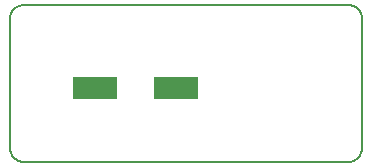
<source format=gtp>
G75*
G70*
%OFA0B0*%
%FSLAX24Y24*%
%IPPOS*%
%LPD*%
%AMOC8*
5,1,8,0,0,1.08239X$1,22.5*
%
%ADD10C,0.0060*%
%ADD11R,0.1500X0.0750*%
D10*
X000860Y000210D02*
X011610Y000210D01*
X011654Y000212D01*
X011697Y000218D01*
X011739Y000227D01*
X011781Y000240D01*
X011821Y000257D01*
X011860Y000277D01*
X011897Y000300D01*
X011931Y000327D01*
X011964Y000356D01*
X011993Y000389D01*
X012020Y000423D01*
X012043Y000460D01*
X012063Y000499D01*
X012080Y000539D01*
X012093Y000581D01*
X012102Y000623D01*
X012108Y000666D01*
X012110Y000710D01*
X012110Y004960D01*
X012108Y005004D01*
X012102Y005047D01*
X012093Y005089D01*
X012080Y005131D01*
X012063Y005171D01*
X012043Y005210D01*
X012020Y005247D01*
X011993Y005281D01*
X011964Y005314D01*
X011931Y005343D01*
X011897Y005370D01*
X011860Y005393D01*
X011821Y005413D01*
X011781Y005430D01*
X011739Y005443D01*
X011697Y005452D01*
X011654Y005458D01*
X011610Y005460D01*
X000860Y005460D01*
X000816Y005458D01*
X000773Y005452D01*
X000731Y005443D01*
X000689Y005430D01*
X000649Y005413D01*
X000610Y005393D01*
X000573Y005370D01*
X000539Y005343D01*
X000506Y005314D01*
X000477Y005281D01*
X000450Y005247D01*
X000427Y005210D01*
X000407Y005171D01*
X000390Y005131D01*
X000377Y005089D01*
X000368Y005047D01*
X000362Y005004D01*
X000360Y004960D01*
X000360Y000710D01*
X000362Y000666D01*
X000368Y000623D01*
X000377Y000581D01*
X000390Y000539D01*
X000407Y000499D01*
X000427Y000460D01*
X000450Y000423D01*
X000477Y000389D01*
X000506Y000356D01*
X000539Y000327D01*
X000573Y000300D01*
X000610Y000277D01*
X000649Y000257D01*
X000689Y000240D01*
X000731Y000227D01*
X000773Y000218D01*
X000816Y000212D01*
X000860Y000210D01*
D11*
X003185Y002685D03*
X005885Y002685D03*
M02*

</source>
